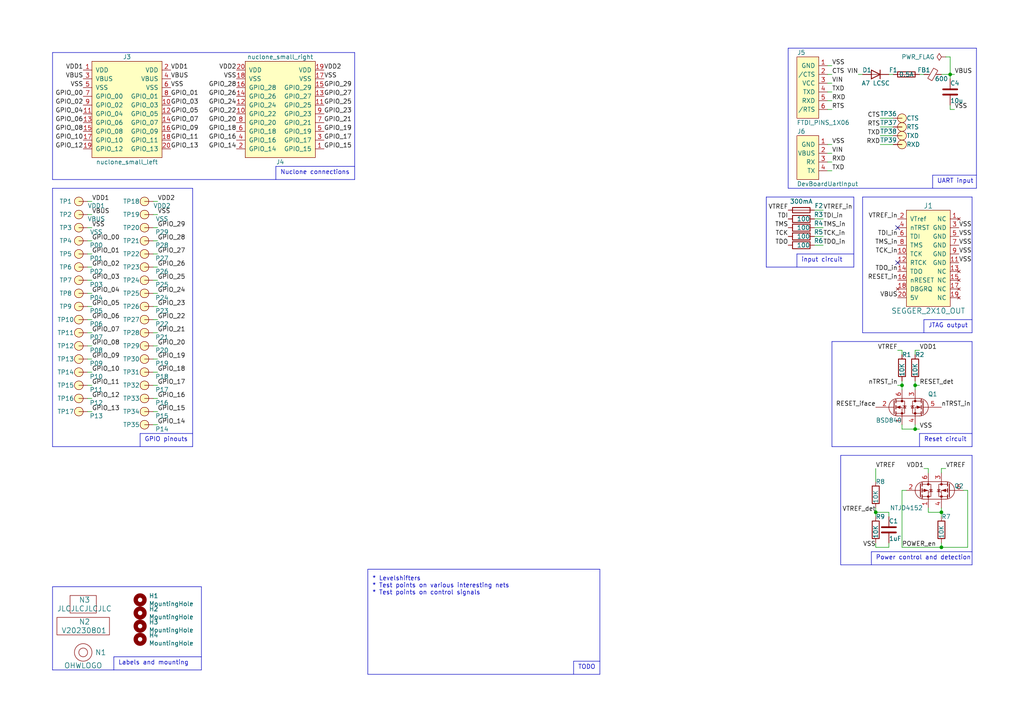
<source format=kicad_sch>
(kicad_sch (version 20230121) (generator eeschema)
  (paper "A4")
  (lib_symbols
    (symbol "Device:C" (pin_numbers hide) (pin_names (offset 0.254))
      (property "Reference" "C" (at 0.635 2.54 0))
      (property "Value" "C" (at 0.635 -2.54 0))
      (symbol "C_0_1"
        (polyline (pts (xy -2.032 -0.762) (xy 2.032 -0.762)) (stroke (width 0.508)))
        (polyline (pts (xy -2.032 0.762) (xy 2.032 0.762)) (stroke (width 0.508)))
      )
      (symbol "C_1_1"
        (pin passive line (at 0 3.81 270) (length 2.794) (name "~") (number "1"))
        (pin passive line (at 0 -3.81 90) (length 2.794) (name "~") (number "2"))
      )
    )
    (symbol "Device:D" (pin_numbers hide) (pin_names (offset 1.016) hide)
      (property "Reference" "D" (at 0 2.54 0))
      (property "Value" "D" (at 0 -2.54 0))
      (symbol "D_0_1"
        (polyline (pts (xy -1.27 1.27) (xy -1.27 -1.27)) (stroke (width 0.254)))
        (polyline (pts (xy 1.27 0) (xy -1.27 0)))
        (polyline (pts (xy 1.27 1.27) (xy 1.27 -1.27) (xy -1.27 0) (xy 1.27 1.27)) (stroke (width 0.254)))
      )
      (symbol "D_1_1"
        (pin passive line (at -3.81 0 0) (length 2.54) (name "K") (number "1"))
        (pin passive line (at 3.81 0 180) (length 2.54) (name "A") (number "2"))
      )
    )
    (symbol "Device:FerriteBead_Small" (pin_numbers hide) (pin_names (offset 0))
      (property "Reference" "FB" (at 1.905 1.27 0))
      (property "Value" "FerriteBead_Small" (at 1.905 -1.27 0))
      (symbol "FerriteBead_Small_0_1"
        (polyline (pts (xy 0 -1.27) (xy 0 -0.7874)))
        (polyline (pts (xy 0 0.889) (xy 0 1.2954)))
        (polyline (pts (xy -1.8288 0.2794) (xy -1.1176 1.4986) (xy 1.8288 -0.2032) (xy 1.1176 -1.4224) (xy -1.8288 0.2794)))
      )
      (symbol "FerriteBead_Small_1_1"
        (pin passive line (at 0 2.54 270) (length 1.27) (name "~") (number "1"))
        (pin passive line (at 0 -2.54 90) (length 1.27) (name "~") (number "2"))
      )
    )
    (symbol "Device:Fuse" (pin_numbers hide) (pin_names (offset 0))
      (property "Reference" "F" (at 2.032 0 90))
      (property "Value" "Fuse" (at -1.905 0 90))
      (symbol "Fuse_0_1"
        (rectangle (start -0.762 -2.54) (end 0.762 2.54) (stroke (width 0.254)))
        (polyline (pts (xy 0 2.54) (xy 0 -2.54)))
      )
      (symbol "Fuse_1_1"
        (pin passive line (at 0 3.81 270) (length 1.27) (name "~") (number "1"))
        (pin passive line (at 0 -3.81 90) (length 1.27) (name "~") (number "2"))
      )
    )
    (symbol "Device:R" (pin_numbers hide) (pin_names (offset 0))
      (property "Reference" "R" (at 2.032 0 90))
      (property "Value" "R" (at 0 0 90))
      (symbol "R_0_1"
        (rectangle (start -1.016 -2.54) (end 1.016 2.54) (stroke (width 0.254)))
      )
      (symbol "R_1_1"
        (pin passive line (at 0 3.81 270) (length 1.27) (name "~") (number "1"))
        (pin passive line (at 0 -3.81 90) (length 1.27) (name "~") (number "2"))
      )
    )
    (symbol "Mechanical:MountingHole" (pin_names (offset 1.016))
      (property "Reference" "H" (at 0 5.08 0))
      (property "Value" "MountingHole" (at 0 3.175 0))
      (symbol "MountingHole_0_1"
        (circle (center 0 0) (radius 1.27) (stroke (width 1.27)))
      )
    )
    (symbol "SquantorConnectorsNamed:DevBoardUartInput" (pin_names (offset 1.016))
      (property "Reference" "J" (at 0 7.62 0))
      (property "Value" "DevBoardUartInput" (at 0 -7.62 0))
      (symbol "DevBoardUartInput_0_1"
        (rectangle (start 2.54 -6.35) (end -3.81 6.35) (fill (type background)))
      )
      (symbol "DevBoardUartInput_1_1"
        (pin power_out line (at 5.08 3.81 180) (length 2.54) (name "GND") (number "1"))
        (pin power_out line (at 5.08 1.27 180) (length 2.54) (name "VBUS") (number "2"))
        (pin input line (at 5.08 -1.27 180) (length 2.54) (name "RX") (number "3"))
        (pin output line (at 5.08 -3.81 180) (length 2.54) (name "TX") (number "4"))
      )
    )
    (symbol "SquantorConnectorsNamed:FTDI_PINS_1X06" (pin_names (offset 1.016))
      (property "Reference" "J" (at 0 10.16 0))
      (property "Value" "FTDI_PINS_1X06" (at 0 -10.16 0))
      (symbol "FTDI_PINS_1X06_0_1"
        (rectangle (start -3.81 8.89) (end 2.54 -8.89) (fill (type background)))
      )
      (symbol "FTDI_PINS_1X06_1_1"
        (pin power_out line (at 5.08 6.35 180) (length 2.54) (name "GND") (number "1"))
        (pin input line (at 5.08 3.81 180) (length 2.54) (name "/CTS") (number "2"))
        (pin power_out line (at 5.08 1.27 180) (length 2.54) (name "VCC") (number "3"))
        (pin output line (at 5.08 -1.27 180) (length 2.54) (name "TXD") (number "4"))
        (pin input line (at 5.08 -3.81 180) (length 2.54) (name "RXD") (number "5"))
        (pin output line (at 5.08 -6.35 180) (length 2.54) (name "/RTS") (number "6"))
      )
    )
    (symbol "SquantorConnectorsNamed:SEGGER_2X10_OUT" (pin_names (offset 1.016))
      (property "Reference" "J" (at 0 15.24 0))
      (property "Value" "SEGGER_2X10_OUT" (at 0 -15.24 0))
      (symbol "SEGGER_2X10_OUT_0_1"
        (rectangle (start -6.35 13.97) (end 6.35 -13.97) (fill (type background)))
      )
      (symbol "SEGGER_2X10_OUT_1_1"
        (pin no_connect line (at 8.89 11.43 180) (length 2.54) (name "NC") (number "1"))
        (pin input line (at -8.89 1.27 0) (length 2.54) (name "TCK") (number "10"))
        (pin power_in line (at 8.89 -1.27 180) (length 2.54) (name "GND") (number "11"))
        (pin output line (at -8.89 -1.27 0) (length 2.54) (name "RTCK") (number "12"))
        (pin no_connect line (at 8.89 -3.81 180) (length 2.54) (name "NC") (number "13"))
        (pin output line (at -8.89 -3.81 0) (length 2.54) (name "TDO") (number "14"))
        (pin no_connect line (at 8.89 -6.35 180) (length 2.54) (name "NC") (number "15"))
        (pin input line (at -8.89 -6.35 0) (length 2.54) (name "nRESET") (number "16"))
        (pin no_connect line (at 8.89 -8.89 180) (length 2.54) (name "NC") (number "17"))
        (pin no_connect line (at -8.89 -8.89 0) (length 2.54) (name "DBGRQ") (number "18"))
        (pin no_connect line (at 8.89 -11.43 180) (length 2.54) (name "NC") (number "19"))
        (pin power_out line (at -8.89 11.43 0) (length 2.54) (name "VTref") (number "2"))
        (pin power_in line (at -8.89 -11.43 0) (length 2.54) (name "5V") (number "20"))
        (pin power_in line (at 8.89 8.89 180) (length 2.54) (name "GND") (number "3"))
        (pin input line (at -8.89 8.89 0) (length 2.54) (name "nTRST") (number "4"))
        (pin power_in line (at 8.89 6.35 180) (length 2.54) (name "GND") (number "5"))
        (pin input line (at -8.89 6.35 0) (length 2.54) (name "TDI") (number "6"))
        (pin power_in line (at 8.89 3.81 180) (length 2.54) (name "GND") (number "7"))
        (pin bidirectional line (at -8.89 3.81 0) (length 2.54) (name "TMS") (number "8"))
        (pin power_in line (at 8.89 1.27 180) (length 2.54) (name "GND") (number "9"))
      )
    )
    (symbol "SquantorConnectorsNamed:nuclone_small_left" (pin_names (offset 1.016))
      (property "Reference" "J" (at 0 15.24 0))
      (property "Value" "nuclone_small_left" (at 0 -15.24 0))
      (symbol "nuclone_small_left_0_1"
        (rectangle (start -10.16 13.97) (end 10.16 -13.97) (fill (type background)))
      )
      (symbol "nuclone_small_left_1_1"
        (pin power_in line (at -12.7 11.43 0) (length 2.54) (name "VDD") (number "1"))
        (pin bidirectional line (at 12.7 1.27 180) (length 2.54) (name "GPIO_03") (number "10"))
        (pin bidirectional line (at -12.7 -1.27 0) (length 2.54) (name "GPIO_04") (number "11"))
        (pin bidirectional line (at 12.7 -1.27 180) (length 2.54) (name "GPIO_05") (number "12"))
        (pin bidirectional line (at -12.7 -3.81 0) (length 2.54) (name "GPIO_06") (number "13"))
        (pin bidirectional line (at 12.7 -3.81 180) (length 2.54) (name "GPIO_07") (number "14"))
        (pin bidirectional line (at -12.7 -6.35 0) (length 2.54) (name "GPIO_08") (number "15"))
        (pin bidirectional line (at 12.7 -6.35 180) (length 2.54) (name "GPIO_09") (number "16"))
        (pin bidirectional line (at -12.7 -8.89 0) (length 2.54) (name "GPIO_10") (number "17"))
        (pin bidirectional line (at 12.7 -8.89 180) (length 2.54) (name "GPIO_11") (number "18"))
        (pin bidirectional line (at -12.7 -11.43 0) (length 2.54) (name "GPIO_12") (number "19"))
        (pin power_in line (at 12.7 11.43 180) (length 2.54) (name "VDD") (number "2"))
        (pin bidirectional line (at 12.7 -11.43 180) (length 2.54) (name "GPIO_13") (number "20"))
        (pin power_in line (at -12.7 8.89 0) (length 2.54) (name "VBUS") (number "3"))
        (pin power_in line (at 12.7 8.89 180) (length 2.54) (name "VBUS") (number "4"))
        (pin power_in line (at -12.7 6.35 0) (length 2.54) (name "VSS") (number "5"))
        (pin power_in line (at 12.7 6.35 180) (length 2.54) (name "VSS") (number "6"))
        (pin bidirectional line (at -12.7 3.81 0) (length 2.54) (name "GPIO_00") (number "7"))
        (pin bidirectional line (at 12.7 3.81 180) (length 2.54) (name "GPIO_01") (number "8"))
        (pin bidirectional line (at -12.7 1.27 0) (length 2.54) (name "GPIO_02") (number "9"))
      )
    )
    (symbol "SquantorConnectorsNamed:nuclone_small_right" (pin_names (offset 1.016))
      (property "Reference" "J" (at 0 -15.24 0))
      (property "Value" "nuclone_small_right" (at 0 15.24 0))
      (symbol "nuclone_small_right_0_1"
        (rectangle (start 10.16 -13.97) (end -10.16 13.97) (fill (type background)))
      )
      (symbol "nuclone_small_right_1_1"
        (pin bidirectional line (at 12.7 -11.43 180) (length 2.54) (name "GPIO_15") (number "1"))
        (pin bidirectional line (at -12.7 -1.27 0) (length 2.54) (name "GPIO_22") (number "10"))
        (pin bidirectional line (at 12.7 1.27 180) (length 2.54) (name "GPIO_25") (number "11"))
        (pin bidirectional line (at -12.7 1.27 0) (length 2.54) (name "GPIO_24") (number "12"))
        (pin bidirectional line (at 12.7 3.81 180) (length 2.54) (name "GPIO_27") (number "13"))
        (pin bidirectional line (at -12.7 3.81 0) (length 2.54) (name "GPIO_26") (number "14"))
        (pin bidirectional line (at 12.7 6.35 180) (length 2.54) (name "GPIO_29") (number "15"))
        (pin bidirectional line (at -12.7 6.35 0) (length 2.54) (name "GPIO_28") (number "16"))
        (pin power_in line (at 12.7 8.89 180) (length 2.54) (name "VSS") (number "17"))
        (pin power_in line (at -12.7 8.89 0) (length 2.54) (name "VSS") (number "18"))
        (pin power_in line (at 12.7 11.43 180) (length 2.54) (name "VDD") (number "19"))
        (pin bidirectional line (at -12.7 -11.43 0) (length 2.54) (name "GPIO_14") (number "2"))
        (pin power_in line (at -12.7 11.43 0) (length 2.54) (name "VDD") (number "20"))
        (pin bidirectional line (at 12.7 -8.89 180) (length 2.54) (name "GPIO_17") (number "3"))
        (pin bidirectional line (at -12.7 -8.89 0) (length 2.54) (name "GPIO_16") (number "4"))
        (pin bidirectional line (at 12.7 -6.35 180) (length 2.54) (name "GPIO_19") (number "5"))
        (pin bidirectional line (at -12.7 -6.35 0) (length 2.54) (name "GPIO_18") (number "6"))
        (pin bidirectional line (at 12.7 -3.81 180) (length 2.54) (name "GPIO_21") (number "7"))
        (pin bidirectional line (at -12.7 -3.81 0) (length 2.54) (name "GPIO_20") (number "8"))
        (pin bidirectional line (at 12.7 -1.27 180) (length 2.54) (name "GPIO_23") (number "9"))
      )
    )
    (symbol "SquantorDevice:Q_NMOS_DUAL" (pin_names (offset 0) hide)
      (property "Reference" "Q" (at 5.08 3.81 0))
      (property "Value" "Q_NMOS_DUAL" (at 5.08 -3.81 0))
      (symbol "Q_NMOS_DUAL_0_1"
        (arc (start -2.54 2.54) (mid -5.069 0) (end -2.54 -2.54))
        (circle (center -1.27 -1.778) (radius 0.2794) (fill (type outline)))
        (circle (center -1.27 1.778) (radius 0.2794) (fill (type outline)))
        (polyline (pts (xy -3.7592 0) (xy -3.556 0)))
        (polyline (pts (xy -3.048 -1.778) (xy -1.27 -1.778)))
        (polyline (pts (xy -3.048 -1.27) (xy -3.048 -2.286)) (stroke (width 0.254)))
        (polyline (pts (xy -3.048 0) (xy -1.27 0)))
        (polyline (pts (xy -3.048 0.508) (xy -3.048 -0.508)) (stroke (width 0.254)))
        (polyline (pts (xy -3.048 1.778) (xy -1.27 1.778)))
        (polyline (pts (xy -3.048 2.286) (xy -3.048 1.27)) (stroke (width 0.254)))
        (polyline (pts (xy -2.54 2.54) (xy 3.81 2.54)))
        (polyline (pts (xy -1.27 -1.778) (xy -1.27 -2.54)))
        (polyline (pts (xy -1.27 -1.778) (xy -1.27 0)))
        (polyline (pts (xy -1.27 2.54) (xy -1.27 1.778)))
        (polyline (pts (xy 2.54 -1.778) (xy 2.54 -2.54)))
        (polyline (pts (xy 2.54 -1.778) (xy 2.54 0)))
        (polyline (pts (xy 2.54 2.54) (xy 2.54 1.778)))
        (polyline (pts (xy 3.81 -2.54) (xy -2.54 -2.54)))
        (polyline (pts (xy 4.318 -1.778) (xy 2.54 -1.778)))
        (polyline (pts (xy 4.318 -1.27) (xy 4.318 -2.286)) (stroke (width 0.254)))
        (polyline (pts (xy 4.318 0) (xy 2.54 0)))
        (polyline (pts (xy 4.318 0.508) (xy 4.318 -0.508)) (stroke (width 0.254)))
        (polyline (pts (xy 4.318 1.778) (xy 2.54 1.778)))
        (polyline (pts (xy 4.318 2.286) (xy 4.318 1.27)) (stroke (width 0.254)))
        (polyline (pts (xy 5.0292 0) (xy 4.826 0)))
        (polyline (pts (xy -3.556 1.905) (xy -3.556 -1.905) (xy -3.556 -1.905)) (stroke (width 0.254)))
        (polyline (pts (xy 4.826 1.905) (xy 4.826 -1.905) (xy 4.826 -1.905)) (stroke (width 0.254)))
        (polyline (pts (xy -2.794 0) (xy -1.778 0.381) (xy -1.778 -0.381) (xy -2.794 0)) (fill (type outline)))
        (polyline (pts (xy -1.27 -1.778) (xy -0.508 -1.778) (xy -0.508 1.778) (xy -1.27 1.778)))
        (polyline (pts (xy -1.016 0.508) (xy -0.889 0.381) (xy -0.127 0.381) (xy 0 0.254)))
        (polyline (pts (xy -0.508 0.381) (xy -0.889 -0.254) (xy -0.127 -0.254) (xy -0.508 0.381)))
        (polyline (pts (xy 1.778 0.381) (xy 2.159 -0.254) (xy 1.397 -0.254) (xy 1.778 0.381)))
        (polyline (pts (xy 2.286 0.508) (xy 2.159 0.381) (xy 1.397 0.381) (xy 1.27 0.254)))
        (polyline (pts (xy 2.54 -1.778) (xy 1.778 -1.778) (xy 1.778 1.778) (xy 2.54 1.778)))
        (polyline (pts (xy 4.064 0) (xy 3.048 0.381) (xy 3.048 -0.381) (xy 4.064 0)) (fill (type outline)))
        (circle (center 2.54 -1.778) (radius 0.2794) (fill (type outline)))
        (circle (center 2.54 1.778) (radius 0.2794) (fill (type outline)))
        (arc (start 3.81 -2.54) (mid 6.339 0) (end 3.81 2.54))
      )
      (symbol "Q_NMOS_DUAL_1_1"
        (pin passive line (at -1.27 -5.08 90) (length 2.54) (name "S1") (number "1"))
        (pin input line (at -8.89 0 0) (length 5.08) (name "G1") (number "2"))
        (pin passive line (at 2.54 5.08 270) (length 2.54) (name "D2") (number "3"))
        (pin passive line (at 2.54 -5.08 90) (length 2.54) (name "S2") (number "4"))
        (pin passive line (at 10.16 0 180) (length 5.08) (name "G2") (number "5"))
        (pin passive line (at -1.27 5.08 270) (length 2.54) (name "D1") (number "6"))
      )
    )
    (symbol "SquantorDevice:Q_PMOS_DUAL" (pin_names (offset 0) hide)
      (property "Reference" "Q" (at 6.35 2.54 0))
      (property "Value" "Q_PMOS_DUAL" (at 6.35 -2.54 0))
      (symbol "Q_PMOS_DUAL_0_1"
        (arc (start -2.54 2.54) (mid -5.069 0) (end -2.54 -2.54))
        (circle (center -1.27 -1.778) (radius 0.2794) (fill (type outline)))
        (circle (center -1.27 1.778) (radius 0.2794) (fill (type outline)))
        (polyline (pts (xy -3.81 0) (xy -5.08 0)))
        (polyline (pts (xy -3.7592 0) (xy -3.556 0)))
        (polyline (pts (xy -3.048 -1.778) (xy -1.27 -1.778)))
        (polyline (pts (xy -3.048 -1.27) (xy -3.048 -2.286)) (stroke (width 0.254)))
        (polyline (pts (xy -3.048 0) (xy -1.27 0)))
        (polyline (pts (xy -3.048 0.508) (xy -3.048 -0.508)) (stroke (width 0.254)))
        (polyline (pts (xy -3.048 1.778) (xy -1.27 1.778)))
        (polyline (pts (xy -3.048 2.286) (xy -3.048 1.27)) (stroke (width 0.254)))
        (polyline (pts (xy -2.54 2.54) (xy 3.81 2.54)))
        (polyline (pts (xy -1.27 -1.778) (xy -1.27 -2.54)))
        (polyline (pts (xy -1.27 -1.778) (xy -1.27 0)))
        (polyline (pts (xy -1.27 2.54) (xy -1.27 1.778)))
        (polyline (pts (xy 2.54 -1.778) (xy 2.54 -2.54)))
        (polyline (pts (xy 2.54 -1.778) (xy 2.54 0)))
        (polyline (pts (xy 2.54 2.54) (xy 2.54 1.778)))
        (polyline (pts (xy 3.81 -2.54) (xy -2.54 -2.54)))
        (polyline (pts (xy 4.318 -1.778) (xy 2.54 -1.778)))
        (polyline (pts (xy 4.318 -1.27) (xy 4.318 -2.286)) (stroke (width 0.254)))
        (polyline (pts (xy 4.318 0) (xy 2.54 0)))
        (polyline (pts (xy 4.318 0.508) (xy 4.318 -0.508)) (stroke (width 0.254)))
        (polyline (pts (xy 4.318 1.778) (xy 2.54 1.778)))
        (polyline (pts (xy 4.318 2.286) (xy 4.318 1.27)) (stroke (width 0.254)))
        (polyline (pts (xy 5.0292 0) (xy 4.826 0)))
        (polyline (pts (xy 6.35 0) (xy 5.08 0)))
        (polyline (pts (xy -3.556 1.905) (xy -3.556 -1.905) (xy -3.556 -1.905)) (stroke (width 0.254)))
        (polyline (pts (xy 4.826 1.905) (xy 4.826 -1.905) (xy 4.826 -1.905)) (stroke (width 0.254)))
        (polyline (pts (xy -1.524 0) (xy -2.54 -0.381) (xy -2.54 0.381) (xy -1.524 0)) (fill (type outline)))
        (polyline (pts (xy -1.27 -1.778) (xy -0.508 -1.778) (xy -0.508 1.778) (xy -1.27 1.778)))
        (polyline (pts (xy -1.016 -0.508) (xy -0.889 -0.381) (xy -0.127 -0.381) (xy 0 -0.254)))
        (polyline (pts (xy -0.508 -0.381) (xy -0.889 0.254) (xy -0.127 0.254) (xy -0.508 -0.381)))
        (polyline (pts (xy 1.778 -0.381) (xy 2.159 0.254) (xy 1.397 0.254) (xy 1.778 -0.381)))
        (polyline (pts (xy 2.286 -0.508) (xy 2.159 -0.381) (xy 1.397 -0.381) (xy 1.27 -0.254)))
        (polyline (pts (xy 2.54 -1.778) (xy 1.778 -1.778) (xy 1.778 1.778) (xy 2.54 1.778)))
        (polyline (pts (xy 2.794 0) (xy 3.81 -0.381) (xy 3.81 0.381) (xy 2.794 0)) (fill (type outline)))
        (circle (center 2.54 -1.778) (radius 0.2794) (fill (type outline)))
        (circle (center 2.54 1.778) (radius 0.2794) (fill (type outline)))
        (arc (start 3.81 -2.54) (mid 6.339 0) (end 3.81 2.54))
      )
      (symbol "Q_PMOS_DUAL_1_1"
        (pin passive line (at -1.27 -5.08 90) (length 2.54) (name "S1") (number "1"))
        (pin input line (at -7.62 0 0) (length 2.54) (name "G1") (number "2"))
        (pin passive line (at 2.54 5.08 270) (length 2.54) (name "D2") (number "3"))
        (pin passive line (at 2.54 -5.08 90) (length 2.54) (name "S2") (number "4"))
        (pin input line (at 8.89 0 180) (length 2.54) (name "G2") (number "5"))
        (pin passive line (at -1.27 5.08 270) (length 2.54) (name "D1") (number "6"))
      )
    )
    (symbol "SquantorLabels:Label" (pin_names (offset 1.016))
      (property "Reference" "N" (at 0 1.27 0))
      (property "Value" "Label" (at 0 -1.27 0))
      (symbol "Label_0_1"
        (rectangle (start -3.81 2.54) (end 3.81 -2.54))
      )
    )
    (symbol "SquantorLabels:OHWLOGO" (pin_names (offset 1.016))
      (property "Reference" "N" (at 0 3.81 0))
      (property "Value" "OHWLOGO" (at 0 -3.81 0))
      (symbol "OHWLOGO_0_1"
        (circle (center 0 0) (radius 1.27))
        (circle (center 0 0) (radius 2.54))
      )
    )
    (symbol "SquantorLabels:VYYYYMMDD" (pin_names (offset 1.016))
      (property "Reference" "N" (at 0 2.54 0))
      (property "Value" "VYYYYMMDD" (at 0 0 0))
      (symbol "VYYYYMMDD_0_1"
        (rectangle (start 7.62 -1.27) (end -7.62 3.81))
      )
    )
    (symbol "SquantorProto:testpad" (pin_numbers hide) (pin_names (offset 1.016) hide)
      (property "Reference" "TP" (at 0 2.54 0))
      (property "Value" "testpad" (at 0 -2.54 0))
      (symbol "testpad_0_1"
        (circle (center 0 0) (radius 1.27) (fill (type background)))
      )
      (symbol "testpad_1_1"
        (pin passive line (at -2.54 0 0) (length 2.54) (name "1") (number "1"))
      )
    )
    (symbol "power:PWR_FLAG" (power) (pin_numbers hide) (pin_names (offset 0) hide)
      (property "Value" "PWR_FLAG" (at 0 3.81 0))
      (symbol "PWR_FLAG_0_0"
        (pin power_out line (at 0 0 90) (length 0) (name "pwr") (number "1"))
      )
      (symbol "PWR_FLAG_0_1"
        (polyline (pts (xy 0 0) (xy 0 1.27) (xy -1.016 1.905) (xy 0 2.54) (xy 1.016 1.905) (xy 0 1.27)))
      )
    )
  )
  (junction (at 265.43 111.76))
  (junction (at 273.05 158.75))
  (junction (at 273.05 148.59))
  (junction (at 275.59 21.59))
  (junction (at 254 148.59))
  (junction (at 265.43 124.46))
  (junction (at 261.62 111.76))
  (no_connect (at 260.35 76.2))
  (no_connect (at 260.35 66.04))
  (polyline (pts (xy 228.6 13.97) (xy 283.21 13.97)))
  (wire (pts (xy 248.92 21.59) (xy 250.19 21.59)))
  (wire (pts (xy 265.43 113.03) (xy 265.43 111.76)))
  (wire (pts (xy 44.45 96.52) (xy 45.72 96.52)))
  (wire (pts (xy 236.22 68.58) (xy 238.76 68.58)))
  (wire (pts (xy 44.45 58.42) (xy 45.72 58.42)))
  (wire (pts (xy 254 148.59) (xy 257.81 148.59)))
  (wire (pts (xy 276.86 21.59) (xy 275.59 21.59)))
  (polyline (pts (xy 102.87 48.26) (xy 80.01 48.26)))
  (polyline (pts (xy 33.02 190.5) (xy 33.02 194.31)))
  (wire (pts (xy 275.59 21.59) (xy 275.59 22.86)))
  (polyline (pts (xy 243.84 132.08) (xy 243.84 163.83)))
  (polyline (pts (xy 250.19 57.15) (xy 250.19 96.52)))
  (wire (pts (xy 273.05 158.75) (xy 273.05 157.48)))
  (wire (pts (xy 255.27 39.37) (xy 259.08 39.37)))
  (wire (pts (xy 260.35 101.6) (xy 261.62 101.6)))
  (wire (pts (xy 254 147.32) (xy 254 148.59)))
  (polyline (pts (xy 252.73 160.02) (xy 252.73 163.83)))
  (wire (pts (xy 262.89 142.24) (xy 261.62 142.24)))
  (wire (pts (xy 45.72 77.47) (xy 44.45 77.47)))
  (wire (pts (xy 257.81 21.59) (xy 259.08 21.59)))
  (polyline (pts (xy 58.42 190.5) (xy 33.02 190.5)))
  (polyline (pts (xy 281.94 57.15) (xy 250.19 57.15)))
  (wire (pts (xy 265.43 123.19) (xy 265.43 124.46)))
  (wire (pts (xy 240.03 31.75) (xy 241.3 31.75)))
  (polyline (pts (xy 228.6 54.61) (xy 283.21 54.61)))
  (wire (pts (xy 265.43 101.6) (xy 266.7 101.6)))
  (wire (pts (xy 45.72 107.95) (xy 44.45 107.95)))
  (wire (pts (xy 273.05 135.89) (xy 274.32 135.89)))
  (wire (pts (xy 25.4 88.9) (xy 26.67 88.9)))
  (polyline (pts (xy 173.99 165.1) (xy 173.99 195.58)))
  (wire (pts (xy 44.45 115.57) (xy 45.72 115.57)))
  (wire (pts (xy 240.03 41.91) (xy 241.3 41.91)))
  (wire (pts (xy 255.27 41.91) (xy 259.08 41.91)))
  (wire (pts (xy 269.24 147.32) (xy 269.24 148.59)))
  (polyline (pts (xy 241.3 99.06) (xy 241.3 129.54)))
  (wire (pts (xy 266.7 21.59) (xy 267.97 21.59)))
  (wire (pts (xy 26.67 115.57) (xy 25.4 115.57)))
  (wire (pts (xy 26.67 58.42) (xy 25.4 58.42)))
  (wire (pts (xy 236.22 66.04) (xy 238.76 66.04)))
  (wire (pts (xy 257.81 158.75) (xy 254 158.75)))
  (wire (pts (xy 266.7 124.46) (xy 265.43 124.46)))
  (wire (pts (xy 273.05 148.59) (xy 273.05 149.86)))
  (wire (pts (xy 265.43 110.49) (xy 265.43 111.76)))
  (polyline (pts (xy 80.01 48.26) (xy 80.01 52.07)))
  (polyline (pts (xy 281.94 129.54) (xy 281.94 99.06)))
  (polyline (pts (xy 15.24 54.61) (xy 55.88 54.61)))
  (wire (pts (xy 261.62 102.87) (xy 261.62 101.6)))
  (polyline (pts (xy 281.94 160.02) (xy 252.73 160.02)))
  (polyline (pts (xy 281.94 132.08) (xy 243.84 132.08)))
  (wire (pts (xy 26.67 85.09) (xy 25.4 85.09)))
  (wire (pts (xy 280.67 142.24) (xy 280.67 158.75)))
  (wire (pts (xy 269.24 148.59) (xy 273.05 148.59)))
  (polyline (pts (xy 15.24 129.54) (xy 15.24 54.61)))
  (wire (pts (xy 45.72 100.33) (xy 44.45 100.33)))
  (polyline (pts (xy 40.64 125.73) (xy 40.64 129.54)))
  (polyline (pts (xy 222.25 77.47) (xy 247.65 77.47)))
  (wire (pts (xy 240.03 24.13) (xy 241.3 24.13)))
  (wire (pts (xy 44.45 66.04) (xy 45.72 66.04)))
  (polyline (pts (xy 55.88 54.61) (xy 55.88 129.54)))
  (wire (pts (xy 45.72 85.09) (xy 44.45 85.09)))
  (polyline (pts (xy 241.3 129.54) (xy 281.94 129.54)))
  (wire (pts (xy 255.27 34.29) (xy 259.08 34.29)))
  (wire (pts (xy 25.4 81.28) (xy 26.67 81.28)))
  (polyline (pts (xy 247.65 77.47) (xy 247.65 57.15)))
  (wire (pts (xy 25.4 104.14) (xy 26.67 104.14)))
  (wire (pts (xy 45.72 69.85) (xy 44.45 69.85)))
  (polyline (pts (xy 243.84 163.83) (xy 281.94 163.83)))
  (wire (pts (xy 240.03 49.53) (xy 241.3 49.53)))
  (wire (pts (xy 275.59 31.75) (xy 275.59 30.48)))
  (wire (pts (xy 25.4 96.52) (xy 26.67 96.52)))
  (wire (pts (xy 26.67 66.04) (xy 25.4 66.04)))
  (wire (pts (xy 44.45 111.76) (xy 45.72 111.76)))
  (polyline (pts (xy 15.24 194.31) (xy 58.42 194.31)))
  (polyline (pts (xy 267.97 92.71) (xy 267.97 96.52)))
  (wire (pts (xy 265.43 111.76) (xy 266.7 111.76)))
  (wire (pts (xy 261.62 111.76) (xy 261.62 113.03)))
  (wire (pts (xy 257.81 157.48) (xy 257.81 158.75)))
  (wire (pts (xy 44.45 88.9) (xy 45.72 88.9)))
  (polyline (pts (xy 102.87 15.24) (xy 15.24 15.24)))
  (wire (pts (xy 240.03 46.99) (xy 241.3 46.99)))
  (polyline (pts (xy 250.19 96.52) (xy 281.94 96.52)))
  (wire (pts (xy 240.03 29.21) (xy 241.3 29.21)))
  (polyline (pts (xy 281.94 125.73) (xy 266.7 125.73)))
  (wire (pts (xy 265.43 124.46) (xy 261.62 124.46)))
  (wire (pts (xy 254 148.59) (xy 254 149.86)))
  (wire (pts (xy 26.67 107.95) (xy 25.4 107.95)))
  (wire (pts (xy 261.62 110.49) (xy 261.62 111.76)))
  (polyline (pts (xy 283.21 13.97) (xy 283.21 54.61)))
  (polyline (pts (xy 106.68 165.1) (xy 173.99 165.1)))
  (wire (pts (xy 269.24 137.16) (xy 269.24 135.89)))
  (polyline (pts (xy 247.65 57.15) (xy 222.25 57.15)))
  (polyline (pts (xy 231.14 73.66) (xy 231.14 77.47)))
  (polyline (pts (xy 55.88 129.54) (xy 15.24 129.54)))
  (polyline (pts (xy 15.24 52.07) (xy 102.87 52.07)))
  (polyline (pts (xy 58.42 194.31) (xy 58.42 170.18)))
  (polyline (pts (xy 281.94 99.06) (xy 241.3 99.06)))
  (polyline (pts (xy 166.37 191.77) (xy 173.99 191.77)))
  (wire (pts (xy 25.4 119.38) (xy 26.67 119.38)))
  (polyline (pts (xy 58.42 170.18) (xy 15.24 170.18)))
  (polyline (pts (xy 106.68 195.58) (xy 106.68 165.1)))
  (wire (pts (xy 45.72 119.38) (xy 44.45 119.38)))
  (wire (pts (xy 255.27 36.83) (xy 259.08 36.83)))
  (wire (pts (xy 236.22 71.12) (xy 238.76 71.12)))
  (wire (pts (xy 45.72 92.71) (xy 44.45 92.71)))
  (wire (pts (xy 261.62 142.24) (xy 261.62 158.75)))
  (polyline (pts (xy 55.88 125.73) (xy 40.64 125.73)))
  (polyline (pts (xy 281.94 96.52) (xy 281.94 57.15)))
  (wire (pts (xy 240.03 21.59) (xy 241.3 21.59)))
  (wire (pts (xy 273.05 147.32) (xy 273.05 148.59)))
  (wire (pts (xy 273.05 158.75) (xy 280.67 158.75)))
  (polyline (pts (xy 222.25 57.15) (xy 222.25 77.47)))
  (polyline (pts (xy 228.6 13.97) (xy 228.6 54.61)))
  (polyline (pts (xy 281.94 163.83) (xy 281.94 132.08)))
  (wire (pts (xy 25.4 73.66) (xy 26.67 73.66)))
  (wire (pts (xy 240.03 44.45) (xy 241.3 44.45)))
  (wire (pts (xy 44.45 81.28) (xy 45.72 81.28)))
  (wire (pts (xy 26.67 77.47) (xy 25.4 77.47)))
  (wire (pts (xy 275.59 16.51) (xy 275.59 21.59)))
  (wire (pts (xy 279.4 142.24) (xy 280.67 142.24)))
  (wire (pts (xy 44.45 123.19) (xy 45.72 123.19)))
  (wire (pts (xy 240.03 26.67) (xy 241.3 26.67)))
  (wire (pts (xy 26.67 100.33) (xy 25.4 100.33)))
  (wire (pts (xy 238.76 60.96) (xy 236.22 60.96)))
  (polyline (pts (xy 247.65 73.66) (xy 231.14 73.66)))
  (wire (pts (xy 44.45 104.14) (xy 45.72 104.14)))
  (wire (pts (xy 261.62 158.75) (xy 273.05 158.75)))
  (wire (pts (xy 267.97 135.89) (xy 269.24 135.89)))
  (wire (pts (xy 44.45 73.66) (xy 45.72 73.66)))
  (wire (pts (xy 265.43 102.87) (xy 265.43 101.6)))
  (wire (pts (xy 26.67 69.85) (xy 25.4 69.85)))
  (wire (pts (xy 257.81 148.59) (xy 257.81 149.86)))
  (wire (pts (xy 26.67 92.71) (xy 25.4 92.71)))
  (polyline (pts (xy 15.24 170.18) (xy 15.24 194.31)))
  (wire (pts (xy 275.59 31.75) (xy 276.86 31.75)))
  (wire (pts (xy 240.03 19.05) (xy 241.3 19.05)))
  (wire (pts (xy 273.05 137.16) (xy 273.05 135.89)))
  (polyline (pts (xy 15.24 15.24) (xy 15.24 52.07)))
  (polyline (pts (xy 173.99 195.58) (xy 106.68 195.58)))
  (wire (pts (xy 25.4 62.23) (xy 26.67 62.23)))
  (polyline (pts (xy 283.21 50.8) (xy 270.51 50.8)))
  (wire (pts (xy 25.4 111.76) (xy 26.67 111.76)))
  (polyline (pts (xy 102.87 52.07) (xy 102.87 15.24)))
  (wire (pts (xy 254 135.89) (xy 254 139.7)))
  (wire (pts (xy 261.62 124.46) (xy 261.62 123.19)))
  (wire (pts (xy 273.05 21.59) (xy 275.59 21.59)))
  (polyline (pts (xy 281.94 92.71) (xy 267.97 92.71)))
  (wire (pts (xy 275.59 16.51) (xy 274.32 16.51)))
  (polyline (pts (xy 270.51 50.8) (xy 270.51 54.61)))
  (wire (pts (xy 236.22 63.5) (xy 238.76 63.5)))
  (wire (pts (xy 45.72 62.23) (xy 44.45 62.23)))
  (polyline (pts (xy 266.7 125.73) (xy 266.7 129.54)))
  (wire (pts (xy 254 158.75) (xy 254 157.48)))
  (wire (pts (xy 260.35 111.76) (xy 261.62 111.76)))
  (polyline (pts (xy 166.37 195.58) (xy 166.37 191.77)))
  (text "JTAG output" (at 269.24 95.25 0) (effects (font (size 1.27 1.27)) (justify left bottom)))
  (text "Reset circuit" (at 267.97 128.27 0) (effects (font (size 1.27 1.27)) (justify left bottom)))
  (text "Power control and detection" (at 254 162.56 0) (effects (font (size 1.27 1.27)) (justify left bottom)))
  (text "Labels and mounting" (at 34.29 193.04 0) (effects (font (size 1.27 1.27)) (justify left bottom)))
  (text "* Levelshifters\n* Test points on various interesting nets\n* Test points on control signals" (at 107.95 172.72 0) (effects (font (size 1.27 1.27)) (justify left bottom)))
  (text "TODO" (at 167.64 194.31 0) (effects (font (size 1.27 1.27)) (justify left bottom)))
  (text "GPIO pinouts" (at 41.91 128.27 0) (effects (font (size 1.27 1.27)) (justify left bottom)))
  (text "input circuit" (at 232.41 76.2 0) (effects (font (size 1.27 1.27)) (justify left bottom)))
  (text "Nuclone connections" (at 81.28 50.8 0) (effects (font (size 1.27 1.27)) (justify left bottom)))
  (text "UART input" (at 271.78 53.34 0) (effects (font (size 1.27 1.27)) (justify left bottom)))
  (label "GPIO_24" (at 45.72 85.09 0))
  (label "TDO_in" (at 238.76 71.12 0))
  (label "GPIO_20" (at 68.58 35.56 180))
  (label "GPIO_22" (at 45.72 92.71 0))
  (label "GPIO_26" (at 68.58 27.94 180))
  (label "CTS" (at 241.3 21.59 0))
  (label "VSS" (at 49.53 25.4 0))
  (label "GPIO_24" (at 68.58 30.48 180))
  (label "TCK_in" (at 238.76 68.58 0))
  (label "TXD" (at 241.3 26.67 0))
  (label "GPIO_27" (at 45.72 73.66 0))
  (label "VTREF" (at 228.6 60.96 180))
  (label "RESET_iface" (at 254 118.11 180))
  (label "GPIO_11" (at 26.67 111.76 0))
  (label "VBUS" (at 49.53 22.86 0))
  (label "GPIO_28" (at 45.72 69.85 0))
  (label "VDD1" (at 266.7 101.6 0))
  (label "GPIO_12" (at 26.67 115.57 0))
  (label "GPIO_15" (at 45.72 119.38 0))
  (label "VDD1" (at 26.67 58.42 0))
  (label "GPIO_07" (at 49.53 35.56 0))
  (label "TMS_in" (at 238.76 66.04 0))
  (label "GPIO_00" (at 24.13 27.94 180))
  (label "TXD" (at 241.3 49.53 0))
  (label "GPIO_21" (at 93.98 35.56 0))
  (label "VBUS" (at 26.67 62.23 0))
  (label "VDD2" (at 45.72 58.42 0))
  (label "GPIO_29" (at 93.98 25.4 0))
  (label "VIN" (at 241.3 24.13 0))
  (label "GPIO_19" (at 45.72 104.14 0))
  (label "GPIO_08" (at 24.13 38.1 180))
  (label "TDI_in" (at 238.76 63.5 0))
  (label "GPIO_11" (at 49.53 40.64 0))
  (label "CTS" (at 255.27 34.29 180))
  (label "VDD2" (at 93.98 20.32 0))
  (label "GPIO_22" (at 68.58 33.02 180))
  (label "VDD1" (at 24.13 20.32 180))
  (label "VIN" (at 248.92 21.59 180))
  (label "VBUS" (at 260.35 86.36 180))
  (label "VSS" (at 45.72 62.23 0))
  (label "TDO_in" (at 260.35 78.74 180))
  (label "GPIO_10" (at 24.13 40.64 180))
  (label "GPIO_23" (at 93.98 33.02 0))
  (label "GPIO_01" (at 49.53 27.94 0))
  (label "VSS" (at 278.13 73.66 0))
  (label "TCK" (at 228.6 68.58 180))
  (label "TDI_in" (at 260.35 68.58 180))
  (label "GPIO_05" (at 49.53 33.02 0))
  (label "TMS_in" (at 260.35 71.12 180))
  (label "RXD" (at 241.3 29.21 0))
  (label "VSS" (at 278.13 66.04 0))
  (label "GPIO_15" (at 93.98 43.18 0))
  (label "RESET_det" (at 266.7 111.76 0))
  (label "GPIO_16" (at 45.72 115.57 0))
  (label "nTRST_in" (at 273.05 118.11 0))
  (label "GPIO_08" (at 26.67 100.33 0))
  (label "GPIO_19" (at 93.98 38.1 0))
  (label "RXD" (at 255.27 41.91 180))
  (label "GPIO_26" (at 45.72 77.47 0))
  (label "GPIO_18" (at 45.72 107.95 0))
  (label "RESET_in" (at 260.35 81.28 180))
  (label "VSS" (at 266.7 124.46 0))
  (label "GPIO_27" (at 93.98 27.94 0))
  (label "VTREF" (at 254 135.89 0))
  (label "TMS" (at 228.6 66.04 180))
  (label "VSS" (at 278.13 68.58 0))
  (label "GPIO_23" (at 45.72 88.9 0))
  (label "GPIO_21" (at 45.72 96.52 0))
  (label "GPIO_06" (at 26.67 92.71 0))
  (label "VSS" (at 278.13 71.12 0))
  (label "VIN" (at 241.3 44.45 0))
  (label "GPIO_03" (at 26.67 81.28 0))
  (label "GPIO_17" (at 93.98 40.64 0))
  (label "RXD" (at 241.3 46.99 0))
  (label "VSS" (at 278.13 76.2 0))
  (label "GPIO_14" (at 68.58 43.18 180))
  (label "VSS" (at 241.3 41.91 0))
  (label "RTS" (at 255.27 36.83 180))
  (label "GPIO_00" (at 26.67 69.85 0))
  (label "VTREF_in" (at 238.76 60.96 0))
  (label "POWER_en" (at 261.62 158.75 0))
  (label "TDO" (at 228.6 71.12 180))
  (label "VSS" (at 93.98 22.86 0))
  (label "GPIO_04" (at 24.13 33.02 180))
  (label "VSS" (at 24.13 25.4 180))
  (label "GPIO_03" (at 49.53 30.48 0))
  (label "GPIO_13" (at 49.53 43.18 0))
  (label "GPIO_09" (at 26.67 104.14 0))
  (label "VTREF" (at 274.32 135.89 0))
  (label "nTRST_in" (at 260.35 111.76 180))
  (label "GPIO_02" (at 26.67 77.47 0))
  (label "VSS" (at 26.67 66.04 0))
  (label "GPIO_25" (at 45.72 81.28 0))
  (label "GPIO_13" (at 26.67 119.38 0))
  (label "VBUS" (at 276.86 21.59 0))
  (label "GPIO_18" (at 68.58 38.1 180))
  (label "GPIO_07" (at 26.67 96.52 0))
  (label "GPIO_05" (at 26.67 88.9 0))
  (label "VTREF_det" (at 254 148.59 180))
  (label "GPIO_28" (at 68.58 25.4 180))
  (label "GPIO_09" (at 49.53 38.1 0))
  (label "VTREF_in" (at 260.35 63.5 180))
  (label "GPIO_06" (at 24.13 35.56 180))
  (label "GPIO_02" (at 24.13 30.48 180))
  (label "GPIO_25" (at 93.98 30.48 0))
  (label "VBUS" (at 24.13 22.86 180))
  (label "TCK_in" (at 260.35 73.66 180))
  (label "VDD1" (at 267.97 135.89 180))
  (label "VDD2" (at 68.58 20.32 180))
  (label "GPIO_04" (at 26.67 85.09 0))
  (label "GPIO_16" (at 68.58 40.64 180))
  (label "VSS" (at 241.3 19.05 0))
  (label "VTREF" (at 260.35 101.6 180))
  (label "GPIO_17" (at 45.72 111.76 0))
  (label "GPIO_10" (at 26.67 107.95 0))
  (label "VSS" (at 276.86 31.75 0))
  (label "TXD" (at 255.27 39.37 180))
  (label "VDD1" (at 49.53 20.32 0))
  (label "GPIO_12" (at 24.13 43.18 180))
  (label "TDI" (at 228.6 63.5 180))
  (label "GPIO_01" (at 26.67 73.66 0))
  (label "VSS" (at 68.58 22.86 180))
  (label "GPIO_14" (at 45.72 123.19 0))
  (label "GPIO_29" (at 45.72 66.04 0))
  (label "VSS" (at 254 158.75 180))
  (label "RTS" (at 241.3 31.75 0))
  (label "GPIO_20" (at 45.72 100.33 0))
  (symbol (lib_id "SquantorLabels:OHWLOGO") (at 24.13 189.23 0) (unit 1)
    (property "Reference" "N1" (at 29.21 189.23 0) (effects (font (size 1.524 1.524))))
    (property "Value" "OHWLOGO" (at 24.13 193.04 0) (effects (font (size 1.524 1.524))))
    (property "Footprint" "Symbol:OSHW-Symbol_6.7x6mm_SilkScreen" (effects hide))
  )
  (symbol (lib_id "Mechanical:MountingHole") (at 40.64 185.42 0) (unit 1)
    (property "Reference" "H4" (at 43.18 184.2516 0) (effects (justify left)))
    (property "Value" "MountingHole" (at 43.18 186.563 0) (effects (justify left)))
    (property "Footprint" "MountingHole:MountingHole_3.2mm_M3_Pad_Via" (effects hide))
  )
  (symbol (lib_id "Mechanical:MountingHole") (at 40.64 181.61 0) (unit 1)
    (property "Reference" "H3" (at 43.18 180.4416 0) (effects (justify left)))
    (property "Value" "MountingHole" (at 43.18 182.753 0) (effects (justify left)))
    (property "Footprint" "MountingHole:MountingHole_3.2mm_M3_Pad_Via" (effects hide))
  )
  (symbol (lib_id "Mechanical:MountingHole") (at 40.64 177.8 0) (unit 1)
    (property "Reference" "H2" (at 43.18 176.6316 0) (effects (justify left)))
    (property "Value" "MountingHole" (at 43.18 178.943 0) (effects (justify left)))
    (property "Footprint" "MountingHole:MountingHole_3.2mm_M3_Pad_Via" (effects hide))
  )
  (symbol (lib_id "Mechanical:MountingHole") (at 40.64 173.99 0) (unit 1)
    (property "Reference" "H1" (at 43.18 172.8216 0) (effects (justify left)))
    (property "Value" "MountingHole" (at 43.18 175.133 0) (effects (justify left)))
    (property "Footprint" "MountingHole:MountingHole_3.2mm_M3_Pad_Via" (effects hide))
  )
  (symbol (lib_id "SquantorLabels:VYYYYMMDD") (at 24.13 182.88 0) (unit 1)
    (property "Reference" "N2" (at 22.86 180.34 0) (effects (font (size 1.524 1.524)) (justify left)))
    (property "Value" "V20230801" (at 17.78 182.88 0) (effects (font (size 1.524 1.524)) (justify left)))
    (property "Footprint" "SquantorLabels:Label_Generic" (effects hide))
  )
  (symbol (lib_id "SquantorConnectorsNamed:nuclone_small_left") (at 36.83 31.75 0) (unit 1)
    (property "Reference" "J3" (at 36.83 16.51 0))
    (property "Value" "nuclone_small_left" (at 36.83 46.99 0))
    (property "Footprint" "SquantorConnectorsNamed:nuclone_small_left_stacked" (effects hide))
  )
  (symbol (lib_id "SquantorConnectorsNamed:nuclone_small_right") (at 81.28 31.75 0) (unit 1)
    (property "Reference" "J4" (at 81.28 46.99 0))
    (property "Value" "nuclone_small_right" (at 81.28 16.51 0))
    (property "Footprint" "SquantorConnectorsNamed:nuclone_small_right_stacked" (effects hide))
  )
  (symbol (lib_id "SquantorLabels:Label") (at 24.13 175.26 0) (unit 1)
    (property "Reference" "N3" (at 22.86 173.99 0) (effects (font (size 1.524 1.524)) (justify left)))
    (property "Value" "JLCJLCJLCJLC" (at 16.51 176.53 0) (effects (font (size 1.524 1.524)) (justify left)))
    (property "Footprint" "SquantorLabels:Label_Generic" (effects hide))
  )
  (symbol (lib_id "SquantorProto:testpad") (at 22.86 58.42 180) (unit 1)
    (property "Reference" "TP1" (at 19.05 58.42 0))
    (property "Value" "VDD1" (at 27.94 59.69 0))
    (property "Footprint" "SquantorTestPoints:TestPoint_hole_H05R10_2side" (effects hide))
  )
  (symbol (lib_id "SquantorProto:testpad") (at 22.86 62.23 180) (unit 1)
    (property "Reference" "TP2" (at 19.05 62.23 0))
    (property "Value" "VBUS" (at 27.94 63.5 0))
    (property "Footprint" "SquantorTestPoints:TestPoint_hole_H05R10_2side" (effects hide))
  )
  (symbol (lib_id "SquantorProto:testpad") (at 22.86 66.04 180) (unit 1)
    (property "Reference" "TP3" (at 19.05 66.04 0))
    (property "Value" "VSS" (at 27.94 67.31 0))
    (property "Footprint" "SquantorTestPoints:TestPoint_hole_H05R10_2side" (effects hide))
  )
  (symbol (lib_id "Device:Fuse") (at 262.89 21.59 270) (unit 1)
    (property "Reference" "F1" (at 259.08 20.32 90))
    (property "Value" "0.5A" (at 262.89 21.59 90))
    (property "Footprint" "SquantorRcl:F_0603_hand" (effects hide))
  )
  (symbol (lib_id "Device:FerriteBead_Small") (at 270.51 21.59 270) (unit 1)
    (property "Reference" "FB1" (at 267.97 20.32 90))
    (property "Value" "600" (at 273.05 22.86 90))
    (property "Footprint" "SquantorRcl:L_0603" (effects hide))
  )
  (symbol (lib_id "Device:C") (at 275.59 26.67 0) (unit 1)
    (property "Reference" "C4" (at 275.59 24.13 0) (effects (justify left)))
    (property "Value" "10u" (at 275.59 29.21 0) (effects (justify left)))
    (property "Footprint" "SquantorRcl:C_0603" (effects hide))
  )
  (symbol (lib_id "power:PWR_FLAG") (at 274.32 16.51 90) (unit 1)
    (property "Reference" "#FLG02" (effects hide))
    (property "Value" "PWR_FLAG" (at 271.0942 16.51 90) (effects (justify left)))
  )
  (symbol (lib_id "SquantorProto:testpad") (at 22.86 69.85 180) (unit 1)
    (property "Reference" "TP4" (at 19.05 69.85 0))
    (property "Value" "P00" (at 27.94 71.12 0))
    (property "Footprint" "SquantorTestPoints:TestPoint_hole_H05R10_2side" (effects hide))
  )
  (symbol (lib_id "SquantorProto:testpad") (at 22.86 73.66 180) (unit 1)
    (property "Reference" "TP5" (at 19.05 73.66 0))
    (property "Value" "P01" (at 27.94 74.93 0))
    (property "Footprint" "SquantorTestPoints:TestPoint_hole_H05R10_2side" (effects hide))
  )
  (symbol (lib_id "SquantorProto:testpad") (at 22.86 77.47 180) (unit 1)
    (property "Reference" "TP6" (at 19.05 77.47 0))
    (property "Value" "P02" (at 27.94 78.74 0))
    (property "Footprint" "SquantorTestPoints:TestPoint_hole_H05R10_2side" (effects hide))
  )
  (symbol (lib_id "SquantorProto:testpad") (at 22.86 81.28 180) (unit 1)
    (property "Reference" "TP7" (at 19.05 81.28 0))
    (property "Value" "P03" (at 27.94 82.55 0))
    (property "Footprint" "SquantorTestPoints:TestPoint_hole_H05R10_2side" (effects hide))
  )
  (symbol (lib_id "SquantorProto:testpad") (at 22.86 85.09 180) (unit 1)
    (property "Reference" "TP8" (at 19.05 85.09 0))
    (property "Value" "P04" (at 27.94 86.36 0))
    (property "Footprint" "SquantorTestPoints:TestPoint_hole_H05R10_2side" (effects hide))
  )
  (symbol (lib_id "SquantorProto:testpad") (at 22.86 88.9 180) (unit 1)
    (property "Reference" "TP9" (at 19.05 88.9 0))
    (property "Value" "P05" (at 27.94 90.17 0))
    (property "Footprint" "SquantorTestPoints:TestPoint_hole_H05R10_2side" (effects hide))
  )
  (symbol (lib_id "SquantorProto:testpad") (at 22.86 92.71 180) (unit 1)
    (property "Reference" "TP10" (at 19.05 92.71 0))
    (property "Value" "P06" (at 27.94 93.98 0))
    (property "Footprint" "SquantorTestPoints:TestPoint_hole_H05R10_2side" (effects hide))
  )
  (symbol (lib_id "SquantorProto:testpad") (at 22.86 96.52 180) (unit 1)
    (property "Reference" "TP11" (at 19.05 96.52 0))
    (property "Value" "P07" (at 27.94 97.79 0))
    (property "Footprint" "SquantorTestPoints:TestPoint_hole_H05R10_2side" (effects hide))
  )
  (symbol (lib_id "SquantorProto:testpad") (at 22.86 100.33 180) (unit 1)
    (property "Reference" "TP12" (at 19.05 100.33 0))
    (property "Value" "P08" (at 27.94 101.6 0))
    (property "Footprint" "SquantorTestPoints:TestPoint_hole_H05R10_2side" (effects hide))
  )
  (symbol (lib_id "SquantorProto:testpad") (at 22.86 104.14 180) (unit 1)
    (property "Reference" "TP13" (at 19.05 104.14 0))
    (property "Value" "P09" (at 27.94 105.41 0))
    (property "Footprint" "SquantorTestPoints:TestPoint_hole_H05R10_2side" (effects hide))
  )
  (symbol (lib_id "SquantorProto:testpad") (at 22.86 107.95 180) (unit 1)
    (property "Reference" "TP14" (at 19.05 107.95 0))
    (property "Value" "P10" (at 27.94 109.22 0))
    (property "Footprint" "SquantorTestPoints:TestPoint_hole_H05R10_2side" (effects hide))
  )
  (symbol (lib_id "SquantorProto:testpad") (at 22.86 111.76 180) (unit 1)
    (property "Reference" "TP15" (at 19.05 111.76 0))
    (property "Value" "P11" (at 27.94 113.03 0))
    (property "Footprint" "SquantorTestPoints:TestPoint_hole_H05R10_2side" (effects hide))
  )
  (symbol (lib_id "SquantorProto:testpad") (at 22.86 115.57 180) (unit 1)
    (property "Reference" "TP16" (at 19.05 115.57 0))
    (property "Value" "P12" (at 27.94 116.84 0))
    (property "Footprint" "SquantorTestPoints:TestPoint_hole_H05R10_2side" (effects hide))
  )
  (symbol (lib_id "SquantorProto:testpad") (at 22.86 119.38 180) (unit 1)
    (property "Reference" "TP17" (at 19.05 119.38 0))
    (property "Value" "P13" (at 27.94 120.65 0))
    (property "Footprint" "SquantorTestPoints:TestPoint_hole_H05R10_2side" (effects hide))
  )
  (symbol (lib_id "SquantorProto:testpad") (at 41.91 58.42 180) (unit 1)
    (property "Reference" "TP18" (at 38.1 58.42 0))
    (property "Value" "VDD2" (at 46.99 59.69 0))
    (property "Footprint" "SquantorTestPoints:TestPoint_hole_H05R10_2side" (effects hide))
  )
  (symbol (lib_id "SquantorProto:testpad") (at 41.91 62.23 180) (unit 1)
    (property "Reference" "TP19" (at 38.1 62.23 0))
    (property "Value" "VSS" (at 46.99 63.5 0))
    (property "Footprint" "SquantorTestPoints:TestPoint_hole_H05R10_2side" (effects hide))
  )
  (symbol (lib_id "SquantorProto:testpad") (at 41.91 73.66 180) (unit 1)
    (property "Reference" "TP22" (at 38.1 73.66 0))
    (property "Value" "P27" (at 46.99 74.93 0))
    (property "Footprint" "SquantorTestPoints:TestPoint_hole_H05R10_2side" (effects hide))
  )
  (symbol (lib_id "SquantorProto:testpad") (at 41.91 77.47 180) (unit 1)
    (property "Reference" "TP23" (at 38.1 77.47 0))
    (property "Value" "P26" (at 46.99 78.74 0))
    (property "Footprint" "SquantorTestPoints:TestPoint_hole_H05R10_2side" (effects hide))
  )
  (symbol (lib_id "SquantorProto:testpad") (at 41.91 81.28 180) (unit 1)
    (property "Reference" "TP24" (at 38.1 81.28 0))
    (property "Value" "P25" (at 46.99 82.55 0))
    (property "Footprint" "SquantorTestPoints:TestPoint_hole_H05R10_2side" (effects hide))
  )
  (symbol (lib_id "SquantorProto:testpad") (at 41.91 85.09 180) (unit 1)
    (property "Reference" "TP25" (at 38.1 85.09 0))
    (property "Value" "P24" (at 46.99 86.36 0))
    (property "Footprint" "SquantorTestPoints:TestPoint_hole_H05R10_2side" (effects hide))
  )
  (symbol (lib_id "SquantorProto:testpad") (at 41.91 88.9 180) (unit 1)
    (property "Reference" "TP26" (at 38.1 88.9 0))
    (property "Value" "P23" (at 46.99 90.17 0))
    (property "Footprint" "SquantorTestPoints:TestPoint_hole_H05R10_2side" (effects hide))
  )
  (symbol (lib_id "SquantorProto:testpad") (at 41.91 92.71 180) (unit 1)
    (property "Reference" "TP27" (at 38.1 92.71 0))
    (property "Value" "P22" (at 46.99 93.98 0))
    (property "Footprint" "SquantorTestPoints:TestPoint_hole_H05R10_2side" (effects hide))
  )
  (symbol (lib_id "SquantorProto:testpad") (at 41.91 96.52 180) (unit 1)
    (property "Reference" "TP28" (at 38.1 96.52 0))
    (property "Value" "P21" (at 46.99 97.79 0))
    (property "Footprint" "SquantorTestPoints:TestPoint_hole_H05R10_2side" (effects hide))
  )
  (symbol (lib_id "SquantorProto:testpad") (at 41.91 100.33 180) (unit 1)
    (property "Reference" "TP29" (at 38.1 100.33 0))
    (property "Value" "P20" (at 46.99 101.6 0))
    (property "Footprint" "SquantorTestPoints:TestPoint_hole_H05R10_2side" (effects hide))
  )
  (symbol (lib_id "SquantorProto:testpad") (at 41.91 104.14 180) (unit 1)
    (property "Reference" "TP30" (at 38.1 104.14 0))
    (property "Value" "P19" (at 46.99 105.41 0))
    (property "Footprint" "SquantorTestPoints:TestPoint_hole_H05R10_2side" (effects hide))
  )
  (symbol (lib_id "SquantorProto:testpad") (at 41.91 107.95 180) (unit 1)
    (property "Reference" "TP31" (at 38.1 107.95 0))
    (property "Value" "P18" (at 46.99 109.22 0))
    (property "Footprint" "SquantorTestPoints:TestPoint_hole_H05R10_2side" (effects hide))
  )
  (symbol (lib_id "SquantorProto:testpad") (at 41.91 111.76 180) (unit 1)
    (property "Reference" "TP32" (at 38.1 111.76 0))
    (property "Value" "P17" (at 46.99 113.03 0))
    (property "Footprint" "SquantorTestPoints:TestPoint_hole_H05R10_2side" (effects hide))
  )
  (symbol (lib_id "SquantorProto:testpad") (at 41.91 115.57 180) (unit 1)
    (property "Reference" "TP33" (at 38.1 115.57 0))
    (property "Value" "P16" (at 46.99 116.84 0))
    (property "Footprint" "SquantorTestPoints:TestPoint_hole_H05R10_2side" (effects hide))
  )
  (symbol (lib_id "SquantorProto:testpad") (at 41.91 119.38 180) (unit 1)
    (property "Reference" "TP34" (at 38.1 119.38 0))
    (property "Value" "P15" (at 46.99 120.65 0))
    (property "Footprint" "SquantorTestPoints:TestPoint_hole_H05R10_2side" (effects hide))
  )
  (symbol (lib_id "SquantorProto:testpad") (at 41.91 123.19 180) (unit 1)
    (property "Reference" "TP35" (at 38.1 123.19 0))
    (property "Value" "P14" (at 46.99 124.46 0))
    (property "Footprint" "SquantorTestPoints:TestPoint_hole_H05R10_2side" (effects hide))
  )
  (symbol (lib_id "SquantorProto:testpad") (at 41.91 66.04 180) (unit 1)
    (property "Reference" "TP20" (at 38.1 66.04 0))
    (property "Value" "P29" (at 46.99 67.31 0))
    (property "Footprint" "SquantorTestPoints:TestPoint_hole_H05R10_2side" (effects hide))
  )
  (symbol (lib_id "SquantorProto:testpad") (at 41.91 69.85 180) (unit 1)
    (property "Reference" "TP21" (at 38.1 69.85 0))
    (property "Value" "P28" (at 46.99 71.12 0))
    (property "Footprint" "SquantorTestPoints:TestPoint_hole_H05R10_2side" (effects hide))
  )
  (symbol (lib_id "Device:R") (at 254 143.51 0) (unit 1)
    (property "Reference" "R8" (at 254 139.7 0) (effects (justify left)))
    (property "Value" "10K" (at 254 146.05 90) (effects (justify left)))
    (property "Footprint" "SquantorRcl:R_0603_hand" (effects hide))
  )
  (symbol (lib_id "Device:Fuse") (at 232.41 60.96 90) (unit 1)
    (property "Reference" "F2" (at 237.49 59.69 90))
    (property "Value" "300mA" (at 232.41 58.42 90))
    (property "Footprint" "SquantorRcl:F_0603_hand" (effects hide))
  )
  (symbol (lib_id "Device:C") (at 257.81 153.67 0) (unit 1)
    (property "Reference" "C1" (at 257.81 151.13 0) (effects (justify left)))
    (property "Value" "1uF" (at 257.81 156.21 0) (effects (justify left)))
    (property "Footprint" "SquantorRcl:C_0603" (effects hide))
  )
  (symbol (lib_id "Device:D") (at 254 21.59 180) (unit 1)
    (property "Reference" "D1" (at 251.46 20.32 0))
    (property "Value" "A7 LCSC" (at 254 24.13 0))
    (property "Footprint" "SquantorDiodes:SOD-123F-hand" (effects hide))
    (property "Sim.Device" "D" (effects hide))
    (property "Sim.Pins" "1=K 2=A" (effects hide))
  )
  (symbol (lib_id "Device:R") (at 254 153.67 0) (unit 1)
    (property "Reference" "R9" (at 254 149.86 0) (effects (justify left)))
    (property "Value" "10K" (at 254 156.21 90) (effects (justify left)))
    (property "Footprint" "SquantorRcl:R_0603_hand" (effects hide))
  )
  (symbol (lib_id "SquantorProto:testpad") (at 261.62 36.83 0) (unit 1)
    (property "Reference" "TP37" (at 255.27 35.56 0) (effects (justify left)))
    (property "Value" "RTS" (at 262.89 36.83 0) (effects (justify left)))
    (property "Footprint" "SquantorTestPoints:TestPoint_hole_H05R10_2side" (effects hide))
  )
  (symbol (lib_id "SquantorProto:testpad") (at 261.62 39.37 0) (unit 1)
    (property "Reference" "TP38" (at 255.27 38.1 0) (effects (justify left)))
    (property "Value" "TXD" (at 262.89 39.37 0) (effects (justify left)))
    (property "Footprint" "SquantorTestPoints:TestPoint_hole_H05R10_2side" (effects hide))
  )
  (symbol (lib_id "SquantorProto:testpad") (at 261.62 34.29 0) (unit 1)
    (property "Reference" "TP36" (at 255.27 33.02 0) (effects (justify left)))
    (property "Value" "CTS" (at 262.89 34.29 0) (effects (justify left)))
    (property "Footprint" "SquantorTestPoints:TestPoint_hole_H05R10_2side" (effects hide))
  )
  (symbol (lib_id "Device:R") (at 273.05 153.67 0) (unit 1)
    (property "Reference" "R7" (at 273.05 149.86 0) (effects (justify left)))
    (property "Value" "10K" (at 273.05 156.21 90) (effects (justify left)))
    (property "Footprint" "SquantorRcl:R_0603_hand" (effects hide))
  )
  (symbol (lib_id "Device:R") (at 232.41 66.04 90) (unit 1)
    (property "Reference" "R4" (at 238.76 64.77 90) (effects (justify left)))
    (property "Value" "100" (at 234.95 66.04 90) (effects (justify left)))
    (property "Footprint" "SquantorRcl:R_0603_hand" (effects hide))
  )
  (symbol (lib_id "SquantorProto:testpad") (at 261.62 41.91 0) (unit 1)
    (property "Reference" "TP39" (at 255.27 40.64 0) (effects (justify left)))
    (property "Value" "RXD" (at 262.89 41.91 0) (effects (justify left)))
    (property "Footprint" "SquantorTestPoints:TestPoint_hole_H05R10_2side" (effects hide))
  )
  (symbol (lib_id "Device:R") (at 232.41 68.58 90) (unit 1)
    (property "Reference" "R5" (at 238.76 67.31 90) (effects (justify left)))
    (property "Value" "100" (at 234.95 68.58 90) (effects (justify left)))
    (property "Footprint" "SquantorRcl:R_0603_hand" (effects hide))
  )
  (symbol (lib_id "Device:R") (at 261.62 106.68 0) (unit 1)
    (property "Reference" "R1" (at 261.62 102.87 0) (effects (justify left)))
    (property "Value" "10K" (at 261.62 109.22 90) (effects (justify left)))
    (property "Footprint" "SquantorRcl:R_0603_hand" (effects hide))
  )
  (symbol (lib_id "SquantorDevice:Q_PMOS_DUAL") (at 270.51 142.24 0) (unit 1)
    (property "Reference" "Q2" (at 278.13 140.97 0))
    (property "Value" "NTJD4152" (at 262.89 147.32 0))
    (property "Footprint" "SquantorIC:SOT363-NXP-hand" (effects hide))
  )
  (symbol (lib_id "Device:R") (at 232.41 71.12 90) (unit 1)
    (property "Reference" "R6" (at 238.76 69.85 90) (effects (justify left)))
    (property "Value" "100" (at 234.95 71.12 90) (effects (justify left)))
    (property "Footprint" "SquantorRcl:R_0603_hand" (effects hide))
  )
  (symbol (lib_id "SquantorConnectorsNamed:DevBoardUartInput") (at 234.95 45.72 0) (unit 1)
    (property "Reference" "J6" (at 232.41 38.1 0))
    (property "Value" "DevBoardUartInput" (at 240.03 53.34 0))
    (property "Footprint" "Connector_JST:JST_PH_B4B-PH-K_1x04_P2.00mm_Vertical" (effects hide))
  )
  (symbol (lib_id "SquantorConnectorsNamed:SEGGER_2X10_OUT") (at 269.24 74.93 0) (unit 1)
    (property "Reference" "J1" (at 269.24 59.69 0) (effects (font (size 1.524 1.524))))
    (property "Value" "SEGGER_2X10_OUT" (at 269.24 90.17 0) (effects (font (size 1.524 1.524))))
    (property "Footprint" "SquantorConnectors:Header-0254-2X10-H010" (effects hide))
  )
  (symbol (lib_id "Device:R") (at 265.43 106.68 0) (unit 1)
    (property "Reference" "R2" (at 265.43 102.87 0) (effects (justify left)))
    (property "Value" "10K" (at 265.43 109.22 90) (effects (justify left)))
    (property "Footprint" "SquantorRcl:R_0603_hand" (effects hide))
  )
  (symbol (lib_id "Device:R") (at 232.41 63.5 90) (unit 1)
    (property "Reference" "R3" (at 238.76 62.23 90) (effects (justify left)))
    (property "Value" "100" (at 234.95 63.5 90) (effects (justify left)))
    (property "Footprint" "SquantorRcl:R_0603_hand" (effects hide))
  )
  (symbol (lib_id "SquantorConnectorsNamed:FTDI_PINS_1X06") (at 234.95 25.4 0) (unit 1)
    (property "Reference" "J5" (at 232.41 15.24 0))
    (property "Value" "FTDI_PINS_1X06" (at 238.76 35.56 0))
    (property "Footprint" "SquantorConnectors:Header-0254-1X06-H010" (effects hide))
  )
  (symbol (lib_id "SquantorDevice:Q_NMOS_DUAL") (at 262.89 118.11 0) (unit 1)
    (property "Reference" "Q1" (at 270.51 114.3 0))
    (property "Value" "BSD840" (at 257.81 121.92 0))
    (property "Footprint" "SquantorIC:SOT363-NXP-hand" (effects hide))
  )
)
</source>
